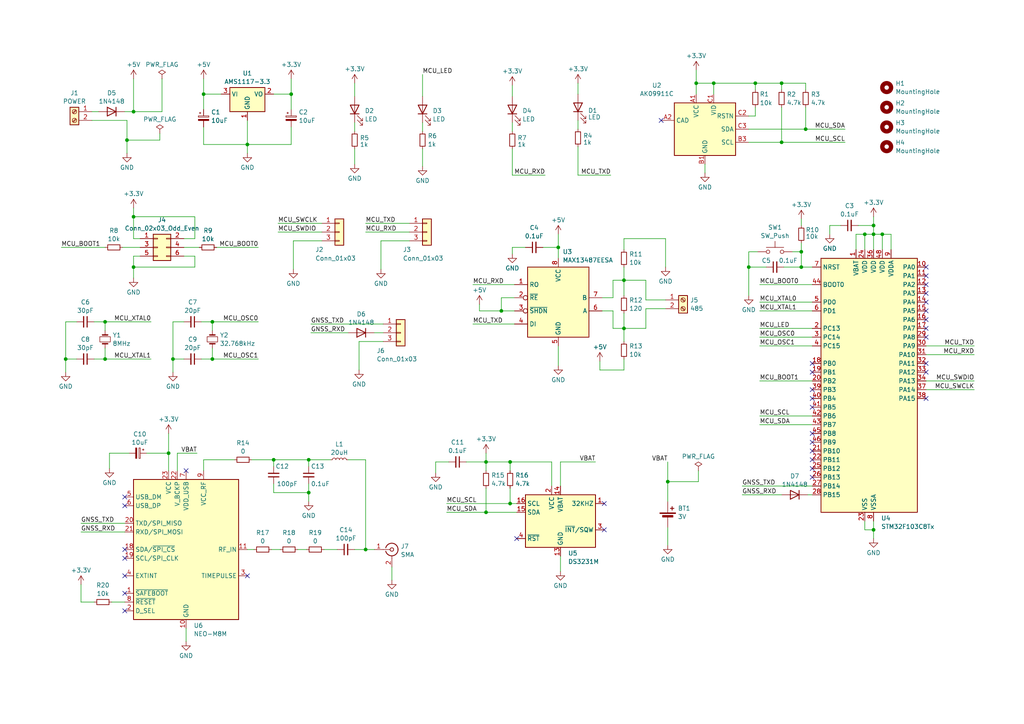
<source format=kicad_sch>
(kicad_sch (version 20230121) (generator eeschema)
  (paper "A4")
  (junction (at 59.055 27.305))
  (junction (at 50.165 104.14))
  (junction (at 253.365 153.67))
  (junction (at 48.895 131.445))
  (junction (at 30.48 93.345))
  (junction (at 232.41 77.47))
  (junction (at 193.675 139.7))
  (junction (at 233.68 37.465))
  (junction (at 79.375 133.35))
  (junction (at 250.825 67.945))
  (junction (at 219.075 24.13))
  (junction (at 207.01 24.13))
  (junction (at 145.415 90.17))
  (junction (at 253.365 67.945))
  (junction (at 71.755 41.91))
  (junction (at 30.48 104.14))
  (junction (at 36.83 40.64))
  (junction (at 140.97 133.985))
  (junction (at 19.05 104.14))
  (junction (at 61.595 104.14))
  (junction (at 180.975 81.28))
  (junction (at 217.17 77.47))
  (junction (at 38.735 77.47))
  (junction (at 38.735 32.385))
  (junction (at 106.045 159.385))
  (junction (at 147.955 133.985))
  (junction (at 226.695 24.13))
  (junction (at 253.365 65.405))
  (junction (at 89.535 142.875))
  (junction (at 232.41 73.025))
  (junction (at 61.595 93.345))
  (junction (at 161.925 71.755))
  (junction (at 201.93 24.13))
  (junction (at 180.975 95.25))
  (junction (at 84.455 27.305))
  (junction (at 226.695 41.275))
  (junction (at 140.97 148.59))
  (junction (at 89.535 133.35))
  (junction (at 147.955 146.05))
  (junction (at 38.735 62.865))
  (junction (at 255.905 67.945))
  (no_connect (at 268.605 92.71))
  (no_connect (at 268.605 80.01))
  (no_connect (at 175.26 153.67))
  (no_connect (at 268.605 90.17))
  (no_connect (at 235.585 128.27))
  (no_connect (at 235.585 118.11))
  (no_connect (at 235.585 133.35))
  (no_connect (at 235.585 113.03))
  (no_connect (at 191.77 34.925))
  (no_connect (at 268.605 95.25))
  (no_connect (at 268.605 85.09))
  (no_connect (at 149.86 156.21))
  (no_connect (at 36.195 144.145))
  (no_connect (at 235.585 105.41))
  (no_connect (at 268.605 82.55))
  (no_connect (at 36.195 177.165))
  (no_connect (at 268.605 105.41))
  (no_connect (at 53.975 136.525))
  (no_connect (at 268.605 77.47))
  (no_connect (at 235.585 125.73))
  (no_connect (at 71.755 167.005))
  (no_connect (at 36.195 159.385))
  (no_connect (at 268.605 107.95))
  (no_connect (at 235.585 138.43))
  (no_connect (at 36.195 167.005))
  (no_connect (at 36.195 172.085))
  (no_connect (at 268.605 87.63))
  (no_connect (at 36.195 161.925))
  (no_connect (at 235.585 135.89))
  (no_connect (at 235.585 130.81))
  (no_connect (at 36.195 146.685))
  (no_connect (at 268.605 115.57))
  (no_connect (at 235.585 107.95))
  (no_connect (at 175.26 146.05))
  (no_connect (at 235.585 115.57))
  (no_connect (at 268.605 97.79))
  (wire (pts (xy 31.75 131.445) (xy 31.75 135.89)))
  (wire (pts (xy 36.83 34.925) (xy 36.83 40.64)))
  (wire (pts (xy 145.415 86.36) (xy 145.415 90.17)))
  (wire (pts (xy 220.345 82.55) (xy 235.585 82.55)))
  (wire (pts (xy 148.59 35.56) (xy 148.59 38.1)))
  (wire (pts (xy 23.495 154.305) (xy 36.195 154.305)))
  (wire (pts (xy 162.56 133.985) (xy 172.72 133.985)))
  (wire (pts (xy 253.365 62.865) (xy 253.365 65.405)))
  (wire (pts (xy 187.325 95.25) (xy 187.325 89.535)))
  (wire (pts (xy 56.515 69.215) (xy 56.515 62.865)))
  (wire (pts (xy 220.345 100.33) (xy 235.585 100.33)))
  (wire (pts (xy 161.925 67.945) (xy 161.925 71.755)))
  (wire (pts (xy 89.535 133.35) (xy 95.885 133.35)))
  (wire (pts (xy 140.97 141.605) (xy 140.97 148.59)))
  (wire (pts (xy 50.165 104.14) (xy 50.165 107.95)))
  (wire (pts (xy 122.555 43.18) (xy 122.555 48.26)))
  (wire (pts (xy 220.345 90.17) (xy 235.585 90.17)))
  (wire (pts (xy 193.675 153.035) (xy 193.675 158.115)))
  (wire (pts (xy 268.605 102.87) (xy 282.575 102.87)))
  (wire (pts (xy 180.975 69.215) (xy 193.04 69.215)))
  (wire (pts (xy 167.64 34.925) (xy 167.64 37.465)))
  (wire (pts (xy 110.49 69.85) (xy 118.745 69.85)))
  (wire (pts (xy 30.48 93.345) (xy 43.815 93.345)))
  (wire (pts (xy 187.325 86.995) (xy 193.04 86.995)))
  (wire (pts (xy 180.975 72.39) (xy 180.975 69.215)))
  (wire (pts (xy 80.645 64.77) (xy 93.345 64.77)))
  (wire (pts (xy 23.495 151.765) (xy 36.195 151.765)))
  (wire (pts (xy 38.735 74.295) (xy 40.64 74.295)))
  (wire (pts (xy 37.465 131.445) (xy 31.75 131.445)))
  (wire (pts (xy 28.575 32.385) (xy 26.67 32.385)))
  (wire (pts (xy 38.735 60.325) (xy 38.735 62.865)))
  (wire (pts (xy 17.78 71.755) (xy 30.48 71.755)))
  (wire (pts (xy 46.99 22.86) (xy 46.99 32.385)))
  (wire (pts (xy 38.735 62.865) (xy 38.735 69.215)))
  (wire (pts (xy 253.365 67.945) (xy 255.905 67.945)))
  (wire (pts (xy 61.595 104.14) (xy 74.93 104.14)))
  (wire (pts (xy 38.735 69.215) (xy 40.64 69.215)))
  (wire (pts (xy 187.325 89.535) (xy 193.04 89.535)))
  (wire (pts (xy 140.97 148.59) (xy 149.86 148.59)))
  (wire (pts (xy 161.925 100.33) (xy 161.925 106.045)))
  (wire (pts (xy 100.965 133.35) (xy 106.045 133.35)))
  (wire (pts (xy 61.595 95.885) (xy 61.595 93.345)))
  (wire (pts (xy 220.345 95.25) (xy 235.585 95.25)))
  (wire (pts (xy 167.64 24.13) (xy 167.64 27.305)))
  (wire (pts (xy 58.42 104.14) (xy 61.595 104.14)))
  (wire (pts (xy 71.755 41.91) (xy 71.755 44.45)))
  (wire (pts (xy 78.74 159.385) (xy 81.28 159.385)))
  (wire (pts (xy 226.695 24.13) (xy 226.695 26.035)))
  (wire (pts (xy 201.93 24.13) (xy 207.01 24.13)))
  (wire (pts (xy 250.825 153.67) (xy 253.365 153.67)))
  (wire (pts (xy 180.975 81.28) (xy 180.975 85.725)))
  (wire (pts (xy 89.535 140.335) (xy 89.535 142.875)))
  (wire (pts (xy 180.975 90.805) (xy 180.975 95.25)))
  (wire (pts (xy 253.365 65.405) (xy 253.365 67.945)))
  (wire (pts (xy 162.56 161.29) (xy 162.56 165.735)))
  (wire (pts (xy 226.695 41.275) (xy 245.11 41.275)))
  (wire (pts (xy 61.595 93.345) (xy 74.93 93.345)))
  (wire (pts (xy 145.415 90.17) (xy 139.065 90.17)))
  (wire (pts (xy 220.345 110.49) (xy 235.585 110.49)))
  (wire (pts (xy 226.695 31.115) (xy 226.695 41.275)))
  (wire (pts (xy 162.56 140.97) (xy 162.56 133.985)))
  (wire (pts (xy 253.365 151.13) (xy 253.365 153.67)))
  (wire (pts (xy 193.04 69.215) (xy 193.04 77.47)))
  (wire (pts (xy 42.545 131.445) (xy 48.895 131.445)))
  (wire (pts (xy 30.48 100.965) (xy 30.48 104.14)))
  (wire (pts (xy 19.05 104.14) (xy 19.05 107.95)))
  (wire (pts (xy 53.975 182.245) (xy 53.975 186.055)))
  (wire (pts (xy 129.54 146.05) (xy 147.955 146.05)))
  (wire (pts (xy 102.87 159.385) (xy 106.045 159.385)))
  (wire (pts (xy 147.955 133.985) (xy 160.02 133.985)))
  (wire (pts (xy 204.47 47.625) (xy 204.47 50.165)))
  (wire (pts (xy 177.8 95.25) (xy 180.975 95.25)))
  (wire (pts (xy 27.305 93.345) (xy 30.48 93.345)))
  (wire (pts (xy 137.16 93.98) (xy 149.225 93.98)))
  (wire (pts (xy 215.265 140.97) (xy 235.585 140.97)))
  (wire (pts (xy 233.68 26.035) (xy 233.68 24.13)))
  (wire (pts (xy 240.665 65.405) (xy 240.665 67.945)))
  (wire (pts (xy 227.33 77.47) (xy 232.41 77.47)))
  (wire (pts (xy 30.48 104.14) (xy 43.815 104.14)))
  (wire (pts (xy 137.16 82.55) (xy 149.225 82.55)))
  (wire (pts (xy 108.585 96.52) (xy 111.125 96.52)))
  (wire (pts (xy 38.735 77.47) (xy 56.515 77.47)))
  (wire (pts (xy 79.375 133.35) (xy 89.535 133.35)))
  (wire (pts (xy 73.025 133.35) (xy 79.375 133.35)))
  (wire (pts (xy 180.975 95.25) (xy 187.325 95.25)))
  (wire (pts (xy 232.41 73.025) (xy 232.41 77.47)))
  (wire (pts (xy 193.675 139.7) (xy 193.675 145.415)))
  (wire (pts (xy 147.955 146.05) (xy 149.86 146.05)))
  (wire (pts (xy 36.83 40.64) (xy 46.355 40.64)))
  (wire (pts (xy 38.735 32.385) (xy 46.99 32.385)))
  (wire (pts (xy 193.675 133.985) (xy 193.675 139.7)))
  (wire (pts (xy 19.05 93.345) (xy 19.05 104.14)))
  (wire (pts (xy 56.515 62.865) (xy 38.735 62.865)))
  (wire (pts (xy 148.59 43.18) (xy 148.59 50.8)))
  (wire (pts (xy 93.98 159.385) (xy 97.79 159.385)))
  (wire (pts (xy 90.17 93.98) (xy 111.125 93.98)))
  (wire (pts (xy 38.735 74.295) (xy 38.735 77.47)))
  (wire (pts (xy 217.17 77.47) (xy 217.17 85.725)))
  (wire (pts (xy 85.09 69.85) (xy 85.09 78.105)))
  (wire (pts (xy 140.97 133.985) (xy 140.97 136.525)))
  (wire (pts (xy 129.54 148.59) (xy 140.97 148.59)))
  (wire (pts (xy 177.8 81.28) (xy 177.8 86.36)))
  (wire (pts (xy 79.375 140.335) (xy 79.375 142.875)))
  (wire (pts (xy 71.755 41.91) (xy 84.455 41.91)))
  (wire (pts (xy 258.445 67.945) (xy 258.445 72.39)))
  (wire (pts (xy 207.01 24.13) (xy 219.075 24.13)))
  (wire (pts (xy 268.605 110.49) (xy 282.575 110.49)))
  (wire (pts (xy 84.455 27.305) (xy 84.455 31.75)))
  (wire (pts (xy 80.645 67.31) (xy 93.345 67.31)))
  (wire (pts (xy 79.375 142.875) (xy 89.535 142.875)))
  (wire (pts (xy 139.065 88.265) (xy 139.065 90.17)))
  (wire (pts (xy 89.535 133.35) (xy 89.535 135.255)))
  (wire (pts (xy 255.905 67.945) (xy 255.905 72.39)))
  (wire (pts (xy 253.365 153.67) (xy 253.365 156.21)))
  (wire (pts (xy 84.455 22.86) (xy 84.455 27.305)))
  (wire (pts (xy 145.415 90.17) (xy 149.225 90.17)))
  (wire (pts (xy 220.345 97.79) (xy 235.585 97.79)))
  (wire (pts (xy 53.34 74.295) (xy 56.515 74.295)))
  (wire (pts (xy 53.34 71.755) (xy 57.785 71.755)))
  (wire (pts (xy 201.93 27.305) (xy 201.93 24.13)))
  (wire (pts (xy 86.36 159.385) (xy 88.9 159.385)))
  (wire (pts (xy 102.87 35.56) (xy 102.87 38.1)))
  (wire (pts (xy 217.17 41.275) (xy 226.695 41.275)))
  (wire (pts (xy 232.41 63.5) (xy 232.41 65.405)))
  (wire (pts (xy 36.195 32.385) (xy 38.735 32.385)))
  (wire (pts (xy 48.895 131.445) (xy 48.895 136.525)))
  (wire (pts (xy 160.02 133.985) (xy 160.02 140.97)))
  (wire (pts (xy 59.055 36.83) (xy 59.055 41.91)))
  (wire (pts (xy 36.83 40.64) (xy 36.83 44.45)))
  (wire (pts (xy 180.975 104.14) (xy 180.975 107.315)))
  (wire (pts (xy 219.075 24.13) (xy 219.075 26.035)))
  (wire (pts (xy 250.825 151.13) (xy 250.825 153.67)))
  (wire (pts (xy 177.8 86.36) (xy 174.625 86.36)))
  (wire (pts (xy 187.325 81.28) (xy 187.325 86.995)))
  (wire (pts (xy 232.41 77.47) (xy 235.585 77.47)))
  (wire (pts (xy 23.495 174.625) (xy 27.305 174.625)))
  (wire (pts (xy 148.59 71.755) (xy 148.59 73.66)))
  (wire (pts (xy 148.59 24.765) (xy 148.59 27.94)))
  (wire (pts (xy 268.605 113.03) (xy 282.575 113.03)))
  (wire (pts (xy 177.8 81.28) (xy 180.975 81.28)))
  (wire (pts (xy 38.735 77.47) (xy 38.735 80.645)))
  (wire (pts (xy 248.285 67.945) (xy 250.825 67.945)))
  (wire (pts (xy 217.17 77.47) (xy 222.25 77.47)))
  (wire (pts (xy 250.825 67.945) (xy 253.365 67.945)))
  (wire (pts (xy 219.075 24.13) (xy 226.695 24.13)))
  (wire (pts (xy 229.87 73.025) (xy 232.41 73.025)))
  (wire (pts (xy 50.165 93.345) (xy 50.165 104.14)))
  (wire (pts (xy 59.055 27.305) (xy 64.135 27.305)))
  (wire (pts (xy 62.865 71.755) (xy 74.93 71.755)))
  (wire (pts (xy 202.565 136.525) (xy 202.565 139.7)))
  (wire (pts (xy 161.925 71.755) (xy 161.925 74.93)))
  (wire (pts (xy 59.055 133.35) (xy 59.055 136.525)))
  (wire (pts (xy 38.735 22.86) (xy 38.735 32.385)))
  (wire (pts (xy 50.165 104.14) (xy 53.34 104.14)))
  (wire (pts (xy 180.975 81.28) (xy 187.325 81.28)))
  (wire (pts (xy 59.055 22.86) (xy 59.055 27.305)))
  (wire (pts (xy 248.92 65.405) (xy 253.365 65.405)))
  (wire (pts (xy 220.345 87.63) (xy 235.585 87.63)))
  (wire (pts (xy 71.755 159.385) (xy 73.66 159.385)))
  (wire (pts (xy 106.045 64.77) (xy 118.745 64.77)))
  (wire (pts (xy 102.87 43.18) (xy 102.87 47.625)))
  (wire (pts (xy 56.515 74.295) (xy 56.515 77.47)))
  (wire (pts (xy 61.595 100.965) (xy 61.595 104.14)))
  (wire (pts (xy 255.905 67.945) (xy 258.445 67.945)))
  (wire (pts (xy 27.305 104.14) (xy 30.48 104.14)))
  (wire (pts (xy 84.455 36.83) (xy 84.455 41.91)))
  (wire (pts (xy 58.42 93.345) (xy 61.595 93.345)))
  (wire (pts (xy 217.17 37.465) (xy 233.68 37.465)))
  (wire (pts (xy 173.99 104.775) (xy 173.99 107.315)))
  (wire (pts (xy 149.225 86.36) (xy 145.415 86.36)))
  (wire (pts (xy 51.435 131.445) (xy 51.435 136.525)))
  (wire (pts (xy 106.045 159.385) (xy 108.585 159.385)))
  (wire (pts (xy 140.97 131.445) (xy 140.97 133.985)))
  (wire (pts (xy 122.555 35.56) (xy 122.555 38.1)))
  (wire (pts (xy 122.555 21.59) (xy 122.555 27.94)))
  (wire (pts (xy 35.56 71.755) (xy 40.64 71.755)))
  (wire (pts (xy 201.93 20.32) (xy 201.93 24.13)))
  (wire (pts (xy 220.345 120.65) (xy 235.585 120.65)))
  (wire (pts (xy 89.535 142.875) (xy 89.535 145.415)))
  (wire (pts (xy 111.125 99.06) (xy 104.14 99.06)))
  (wire (pts (xy 130.175 133.985) (xy 126.365 133.985)))
  (wire (pts (xy 135.255 133.985) (xy 140.97 133.985)))
  (wire (pts (xy 268.605 100.33) (xy 282.575 100.33)))
  (wire (pts (xy 148.59 50.8) (xy 158.115 50.8)))
  (wire (pts (xy 253.365 67.945) (xy 253.365 72.39)))
  (wire (pts (xy 46.355 38.735) (xy 46.355 40.64)))
  (wire (pts (xy 126.365 133.985) (xy 126.365 137.16)))
  (wire (pts (xy 110.49 69.85) (xy 110.49 78.105)))
  (wire (pts (xy 26.67 34.925) (xy 36.83 34.925)))
  (wire (pts (xy 226.695 24.13) (xy 233.68 24.13)))
  (wire (pts (xy 106.045 133.35) (xy 106.045 159.385)))
  (wire (pts (xy 243.84 65.405) (xy 240.665 65.405)))
  (wire (pts (xy 59.055 41.91) (xy 71.755 41.91)))
  (wire (pts (xy 79.375 27.305) (xy 84.455 27.305)))
  (wire (pts (xy 102.87 24.13) (xy 102.87 27.94)))
  (wire (pts (xy 180.975 95.25) (xy 180.975 99.06)))
  (wire (pts (xy 90.17 96.52) (xy 100.965 96.52)))
  (wire (pts (xy 193.675 139.7) (xy 202.565 139.7)))
  (wire (pts (xy 177.8 95.25) (xy 177.8 90.17)))
  (wire (pts (xy 50.165 93.345) (xy 53.34 93.345)))
  (wire (pts (xy 219.71 73.025) (xy 217.17 73.025)))
  (wire (pts (xy 219.075 31.115) (xy 219.075 33.655)))
  (wire (pts (xy 217.17 33.655) (xy 219.075 33.655)))
  (wire (pts (xy 180.975 77.47) (xy 180.975 81.28)))
  (wire (pts (xy 147.955 136.525) (xy 147.955 133.985)))
  (wire (pts (xy 140.97 133.985) (xy 147.955 133.985)))
  (wire (pts (xy 250.825 72.39) (xy 250.825 67.945)))
  (wire (pts (xy 217.17 73.025) (xy 217.17 77.47)))
  (wire (pts (xy 152.4 71.755) (xy 148.59 71.755)))
  (wire (pts (xy 147.955 141.605) (xy 147.955 146.05)))
  (wire (pts (xy 32.385 174.625) (xy 36.195 174.625)))
  (wire (pts (xy 220.345 123.19) (xy 235.585 123.19)))
  (wire (pts (xy 234.315 143.51) (xy 235.585 143.51)))
  (wire (pts (xy 19.05 93.345) (xy 22.225 93.345)))
  (wire (pts (xy 71.755 34.925) (xy 71.755 41.91)))
  (wire (pts (xy 23.495 169.545) (xy 23.495 174.625)))
  (wire (pts (xy 48.895 125.73) (xy 48.895 131.445)))
  (wire (pts (xy 233.68 37.465) (xy 245.11 37.465)))
  (wire (pts (xy 233.68 31.115) (xy 233.68 37.465)))
  (wire (pts (xy 104.14 99.06) (xy 104.14 107.315)))
  (wire (pts (xy 53.34 69.215) (xy 56.515 69.215)))
  (wire (pts (xy 167.64 50.8) (xy 167.64 42.545)))
  (wire (pts (xy 79.375 133.35) (xy 79.375 135.255)))
  (wire (pts (xy 180.975 107.315) (xy 173.99 107.315)))
  (wire (pts (xy 248.285 72.39) (xy 248.285 67.945)))
  (wire (pts (xy 85.09 69.85) (xy 93.345 69.85)))
  (wire (pts (xy 113.665 164.465) (xy 113.665 168.275)))
  (wire (pts (xy 59.055 133.35) (xy 67.945 133.35)))
  (wire (pts (xy 167.64 50.8) (xy 177.165 50.8)))
  (wire (pts (xy 106.045 67.31) (xy 118.745 67.31)))
  (wire (pts (xy 157.48 71.755) (xy 161.925 71.755)))
  (wire (pts (xy 57.15 131.445) (xy 51.435 131.445)))
  (wire (pts (xy 59.055 31.75) (xy 59.055 27.305)))
  (wire (pts (xy 177.8 90.17) (xy 174.625 90.17)))
  (wire (pts (xy 30.48 95.885) (xy 30.48 93.345)))
  (wire (pts (xy 232.41 70.485) (xy 232.41 73.025)))
  (wire (pts (xy 207.01 24.13) (xy 207.01 27.305)))
  (wire (pts (xy 19.05 104.14) (xy 22.225 104.14)))
  (wire (pts (xy 215.265 143.51) (xy 226.695 143.51)))
  (label "MCU_SWCLK" (at 80.645 64.77 0))
  (label "MCU_XTAL1" (at 43.815 104.14 180))
  (label "MCU_TXD" (at 106.045 64.77 0))
  (label "VBAT" (at 57.15 131.445 180))
  (label "MCU_SCL" (at 220.345 120.65 0))
  (label "MCU_TXD" (at 177.165 50.8 180))
  (label "MCU_TXD" (at 282.575 100.33 180))
  (label "MCU_RXD" (at 137.16 82.55 0))
  (label "GNSS_TXD" (at 215.265 140.97 0))
  (label "MCU_OSC1" (at 74.93 104.14 180))
  (label "MCU_SDA" (at 220.345 123.19 0))
  (label "MCU_XTAL0" (at 43.815 93.345 180))
  (label "MCU_SCL" (at 245.11 41.275 180))
  (label "MCU_RXD" (at 282.575 102.87 180))
  (label "VBAT" (at 193.675 133.985 180))
  (label "MCU_OSC1" (at 220.345 100.33 0))
  (label "MCU_BOOT1" (at 220.345 110.49 0))
  (label "GNSS_RXD" (at 215.265 143.51 0))
  (label "GNSS_TXD" (at 23.495 151.765 0))
  (label "MCU_LED" (at 122.555 21.59 0))
  (label "MCU_LED" (at 220.345 95.25 0))
  (label "MCU_SWDIO" (at 282.575 110.49 180))
  (label "MCU_SWCLK" (at 282.575 113.03 180))
  (label "MCU_OSC0" (at 74.93 93.345 180))
  (label "MCU_TXD" (at 137.16 93.98 0))
  (label "MCU_XTAL0" (at 220.345 87.63 0))
  (label "MCU_XTAL1" (at 220.345 90.17 0))
  (label "MCU_OSC0" (at 220.345 97.79 0))
  (label "GNSS_RXD" (at 90.17 96.52 0))
  (label "MCU_RXD" (at 158.115 50.8 180))
  (label "GNSS_RXD" (at 23.495 154.305 0))
  (label "GNSS_TXD" (at 90.17 93.98 0))
  (label "MCU_BOOT0" (at 74.93 71.755 180))
  (label "MCU_SWDIO" (at 80.645 67.31 0))
  (label "MCU_SCL" (at 129.54 146.05 0))
  (label "MCU_SDA" (at 245.11 37.465 180))
  (label "MCU_SDA" (at 129.54 148.59 0))
  (label "MCU_RXD" (at 106.045 67.31 0))
  (label "MCU_BOOT0" (at 220.345 82.55 0))
  (label "VBAT" (at 172.72 133.985 180))
  (label "MCU_BOOT1" (at 17.78 71.755 0))
  (symbol (lib_id "power:GND") (at 161.925 106.045 0) (unit 1)
    (property "Reference" "#PWR026" (effects hide))
    (property "Value" "GND" (at 161.925 110.1781 0))
  )
  (symbol (lib_id "power:+3.3V") (at 48.895 125.73 0) (unit 1)
    (property "Reference" "#PWR030" (effects hide))
    (property "Value" "+3.3V" (at 48.895 121.5969 0))
  )
  (symbol (lib_id "OpenStation:MAX13487EESA") (at 161.925 87.63 0) (unit 1)
    (property "Reference" "U3" (at 163.195 73.025 0) (effects (justify left)))
    (property "Value" "MAX13487EESA" (at 163.195 75.4492 0) (effects (justify left)))
    (property "Footprint" "Package_SO:SOP-8_3.9x4.9mm_P1.27mm" (effects hide))
  )
  (symbol (lib_id "Device:R_Small") (at 102.87 40.64 0) (unit 1)
    (property "Reference" "R5" (at 104.3686 39.9963 0) (effects (justify left)))
    (property "Value" "1k" (at 104.3686 41.9173 0) (effects (justify left)))
    (property "Footprint" "Resistor_THT:R_Axial_DIN0204_L3.6mm_D1.6mm_P7.62mm_Horizontal" (effects hide))
  )
  (symbol (lib_id "power:+3.3V") (at 102.87 24.13 0) (unit 1)
    (property "Reference" "#PWR05" (effects hide))
    (property "Value" "+3.3V" (at 102.87 19.9969 0))
  )
  (symbol (lib_id "Device:R_Small") (at 180.975 88.265 0) (unit 1)
    (property "Reference" "R12" (at 182.4736 87.0529 0) (effects (justify left)))
    (property "Value" "120" (at 182.4736 89.4771 0) (effects (justify left)))
    (property "Footprint" "Resistor_THT:R_Axial_DIN0204_L3.6mm_D1.6mm_P7.62mm_Horizontal" (effects hide))
  )
  (symbol (lib_id "power:GND") (at 104.14 107.315 0) (unit 1)
    (property "Reference" "#PWR027" (effects hide))
    (property "Value" "GND" (at 104.14 111.4481 0))
  )
  (symbol (lib_id "Device:R_Small") (at 122.555 40.64 0) (unit 1)
    (property "Reference" "R6" (at 124.0536 39.4279 0) (effects (justify left)))
    (property "Value" "1k" (at 124.0536 41.8521 0) (effects (justify left)))
    (property "Footprint" "Resistor_THT:R_Axial_DIN0204_L3.6mm_D1.6mm_P7.62mm_Horizontal" (effects hide))
  )
  (symbol (lib_id "Connector_Generic:Conn_02x03_Odd_Even") (at 45.72 71.755 0) (unit 1)
    (property "Reference" "J4" (at 46.99 63.8007 0))
    (property "Value" "Conn_02x03_Odd_Even" (at 46.99 66.2249 0))
    (property "Footprint" "Connector_PinHeader_2.54mm:PinHeader_2x03_P2.54mm_Vertical" (effects hide))
  )
  (symbol (lib_id "power:GND") (at 113.665 168.275 0) (unit 1)
    (property "Reference" "#PWR038" (effects hide))
    (property "Value" "GND" (at 113.665 172.4081 0))
  )
  (symbol (lib_id "power:+3.3V") (at 232.41 63.5 0) (mirror y) (unit 1)
    (property "Reference" "#PWR014" (effects hide))
    (property "Value" "+3.3V" (at 232.41 59.3669 0))
  )
  (symbol (lib_id "power:+5V") (at 59.055 22.86 0) (unit 1)
    (property "Reference" "#PWR03" (effects hide))
    (property "Value" "+5V" (at 59.055 18.7269 0))
  )
  (symbol (lib_id "Device:R_Small") (at 76.2 159.385 270) (mirror x) (unit 1)
    (property "Reference" "R17" (at 76.2 154.5041 90))
    (property "Value" "0" (at 76.2 156.9283 90))
    (property "Footprint" "Resistor_THT:R_Axial_DIN0204_L3.6mm_D1.6mm_P7.62mm_Horizontal" (effects hide))
  )
  (symbol (lib_id "Device:C_Polarized_Small") (at 59.055 34.29 0) (unit 1)
    (property "Reference" "C1" (at 61.214 32.5318 0) (effects (justify left)))
    (property "Value" "10uF" (at 61.214 34.956 0) (effects (justify left)))
    (property "Footprint" "Capacitor_THT:CP_Radial_D5.0mm_P2.50mm" (effects hide))
  )
  (symbol (lib_id "power:GND") (at 217.17 85.725 0) (mirror y) (unit 1)
    (property "Reference" "#PWR023" (effects hide))
    (property "Value" "GND" (at 217.17 89.8581 0))
  )
  (symbol (lib_id "Mechanical:MountingHole") (at 257.175 36.83 0) (unit 1)
    (property "Reference" "H3" (at 259.715 35.6179 0) (effects (justify left)))
    (property "Value" "MountingHole" (at 259.715 38.0421 0) (effects (justify left)))
    (property "Footprint" "MountingHole:MountingHole_3.2mm_M3_DIN965" (effects hide))
  )
  (symbol (lib_id "Device:C_Small") (at 132.715 133.985 270) (mirror x) (unit 1)
    (property "Reference" "C11" (at 132.7087 128.2786 90))
    (property "Value" "0.1uF" (at 132.7087 130.7028 90))
    (property "Footprint" "Capacitor_THT:C_Disc_D3.0mm_W2.0mm_P2.50mm" (effects hide))
  )
  (symbol (lib_id "power:GND") (at 253.365 156.21 0) (unit 1)
    (property "Reference" "#PWR035" (effects hide))
    (property "Value" "GND" (at 253.365 160.3431 0))
  )
  (symbol (lib_id "power:PWR_FLAG") (at 202.565 136.525 0) (unit 1)
    (property "Reference" "#FLG03" (effects hide))
    (property "Value" "PWR_FLAG" (at 202.565 132.3919 0))
  )
  (symbol (lib_id "Mechanical:MountingHole") (at 257.175 42.545 0) (unit 1)
    (property "Reference" "H4" (at 259.715 41.3329 0) (effects (justify left)))
    (property "Value" "MountingHole" (at 259.715 43.7571 0) (effects (justify left)))
    (property "Footprint" "MountingHole:MountingHole_3.2mm_M3_DIN965" (effects hide))
  )
  (symbol (lib_id "Device:R_Small") (at 180.975 101.6 0) (unit 1)
    (property "Reference" "R13" (at 182.4736 100.3879 0) (effects (justify left)))
    (property "Value" "10k" (at 182.4736 102.8121 0) (effects (justify left)))
    (property "Footprint" "Resistor_THT:R_Axial_DIN0204_L3.6mm_D1.6mm_P7.62mm_Horizontal" (effects hide))
  )
  (symbol (lib_id "power:PWR_FLAG") (at 46.355 38.735 0) (unit 1)
    (property "Reference" "#FLG02" (effects hide))
    (property "Value" "PWR_FLAG" (at 46.355 34.6019 0))
  )
  (symbol (lib_id "Device:Crystal_Small") (at 30.48 98.425 90) (unit 1)
    (property "Reference" "Y1" (at 32.639 97.2129 90) (effects (justify right)))
    (property "Value" "8MHz" (at 32.639 99.6371 90) (effects (justify right)))
    (property "Footprint" "Crystal:Crystal_HC18-U_Vertical" (effects hide))
  )
  (symbol (lib_id "Connector_Generic:Conn_01x03") (at 123.825 67.31 0) (unit 1)
    (property "Reference" "J3" (at 116.84 72.39 0) (effects (justify left)))
    (property "Value" "Conn_01x03" (at 116.84 74.93 0) (effects (justify left)))
    (property "Footprint" "Connector_PinHeader_2.54mm:PinHeader_1x03_P2.54mm_Vertical" (effects hide))
  )
  (symbol (lib_id "RF_GPS:NEO-M8M") (at 53.975 159.385 0) (unit 1)
    (property "Reference" "U6" (at 56.1691 181.4251 0) (effects (justify left)))
    (property "Value" "NEO-M8M" (at 56.1691 183.8493 0) (effects (justify left)))
    (property "Footprint" "RF_GPS:ublox_NEO" (effects hide))
    (property "Datasheet" "https://content.u-blox.com/sites/default/files/NEO-M8-FW3_DataSheet_UBX-15031086.pdf" (effects hide))
  )
  (symbol (lib_id "Device:R_Small") (at 167.64 40.005 0) (unit 1)
    (property "Reference" "R4" (at 169.1386 39.3613 0) (effects (justify left)))
    (property "Value" "1k" (at 169.1386 41.2823 0) (effects (justify left)))
    (property "Footprint" "Resistor_THT:R_Axial_DIN0204_L3.6mm_D1.6mm_P7.62mm_Horizontal" (effects hide))
  )
  (symbol (lib_id "Mechanical:MountingHole") (at 257.175 25.4 0) (unit 1)
    (property "Reference" "H1" (at 259.715 24.1879 0) (effects (justify left)))
    (property "Value" "MountingHole" (at 259.715 26.6121 0) (effects (justify left)))
    (property "Footprint" "MountingHole:MountingHole_3.2mm_M3_DIN965" (effects hide))
  )
  (symbol (lib_id "power:+5V") (at 38.735 22.86 0) (unit 1)
    (property "Reference" "#PWR02" (effects hide))
    (property "Value" "+5V" (at 38.735 18.7269 0))
  )
  (symbol (lib_id "Device:R_Small") (at 232.41 67.945 0) (mirror x) (unit 1)
    (property "Reference" "R10" (at 233.68 66.675 0) (effects (justify left)))
    (property "Value" "10k" (at 233.68 68.58 0) (effects (justify left)))
    (property "Footprint" "Resistor_THT:R_Axial_DIN0204_L3.6mm_D1.6mm_P7.62mm_Horizontal" (effects hide))
  )
  (symbol (lib_id "Device:C_Small") (at 224.79 77.47 90) (unit 1)
    (property "Reference" "C5" (at 222.25 75.565 90))
    (property "Value" "0.1uF" (at 228.6 75.565 90))
    (property "Footprint" "Capacitor_THT:C_Disc_D3.0mm_W2.0mm_P2.50mm" (effects hide))
  )
  (symbol (lib_id "power:+5V") (at 161.925 67.945 0) (unit 1)
    (property "Reference" "#PWR016" (effects hide))
    (property "Value" "+5V" (at 161.925 63.8119 0))
  )
  (symbol (lib_id "Device:LED") (at 102.87 31.75 90) (unit 1)
    (property "Reference" "D2" (at 105.791 32.1254 90) (effects (justify right)))
    (property "Value" "LED" (at 105.791 34.5496 90) (effects (justify right)))
    (property "Footprint" "LED_THT:LED_D3.0mm" (effects hide))
  )
  (symbol (lib_id "Connector:Screw_Terminal_01x02") (at 198.12 86.995 0) (unit 1)
    (property "Reference" "J5" (at 200.152 87.0529 0) (effects (justify left)))
    (property "Value" "485" (at 200.152 89.4771 0) (effects (justify left)))
    (property "Footprint" "TerminalBlock:TerminalBlock_bornier-2_P5.08mm" (effects hide))
  )
  (symbol (lib_id "power:GND") (at 50.165 107.95 0) (unit 1)
    (property "Reference" "#PWR029" (effects hide))
    (property "Value" "GND" (at 50.165 112.0831 0))
  )
  (symbol (lib_id "OpenStation:AK09911C") (at 204.47 37.465 0) (unit 1)
    (property "Reference" "U2" (at 190.5 24.765 0))
    (property "Value" "AK09911C" (at 190.5 27.1892 0))
    (property "Footprint" "OpenStation:AK09911C" (effects hide))
    (property "Datasheet" "https://www.micro-semiconductor.sg/datasheet/b7-AK09911C.pdf" (effects hide))
  )
  (symbol (lib_id "Device:LED") (at 148.59 31.75 90) (unit 1)
    (property "Reference" "D4" (at 151.511 32.1254 90) (effects (justify right)))
    (property "Value" "LED" (at 151.511 34.5496 90) (effects (justify right)))
    (property "Footprint" "LED_THT:LED_D3.0mm" (effects hide))
  )
  (symbol (lib_id "Diode:1N4148") (at 230.505 143.51 180) (unit 1)
    (property "Reference" "D7" (at 230.505 138.0957 0))
    (property "Value" "1N4148" (at 230.505 140.5199 0))
    (property "Footprint" "Diode_THT:D_DO-35_SOD27_P7.62mm_Horizontal" (effects hide))
    (property "Datasheet" "https://assets.nexperia.com/documents/data-sheet/1N4148_1N4448.pdf" (effects hide))
    (property "Sim.Device" "D" (effects hide))
    (property "Sim.Pins" "1=K 2=A" (effects hide))
  )
  (symbol (lib_id "Device:L_Small") (at 98.425 133.35 90) (unit 1)
    (property "Reference" "L1" (at 98.425 128.8269 90))
    (property "Value" "20uH" (at 98.425 131.2511 90))
    (property "Footprint" "Inductor_THT:L_Radial_D7.0mm_P3.00mm" (effects hide))
  )
  (symbol (lib_id "Device:Crystal_Small") (at 61.595 98.425 90) (unit 1)
    (property "Reference" "Y2" (at 63.754 97.2129 90) (effects (justify right)))
    (property "Value" "32.768kHz" (at 63.754 99.6371 90) (effects (justify right)))
    (property "Footprint" "Crystal:Crystal_DS26_D2.0mm_L6.0mm_Horizontal" (effects hide))
  )
  (symbol (lib_id "power:+3.3V") (at 38.735 60.325 0) (unit 1)
    (property "Reference" "#PWR013" (effects hide))
    (property "Value" "+3.3V" (at 38.735 56.1919 0))
  )
  (symbol (lib_id "Device:C_Small") (at 24.765 93.345 270) (mirror x) (unit 1)
    (property "Reference" "C6" (at 24.7587 87.6386 90))
    (property "Value" "30pF" (at 24.7587 90.0628 90))
    (property "Footprint" "Capacitor_THT:C_Disc_D3.0mm_W2.0mm_P2.50mm" (effects hide))
  )
  (symbol (lib_id "Device:R_Small") (at 148.59 40.64 0) (unit 1)
    (property "Reference" "R7" (at 150.0886 39.9963 0) (effects (justify left)))
    (property "Value" "1k" (at 150.0886 41.9173 0) (effects (justify left)))
    (property "Footprint" "Resistor_THT:R_Axial_DIN0204_L3.6mm_D1.6mm_P7.62mm_Horizontal" (effects hide))
  )
  (symbol (lib_id "Device:R_Small") (at 91.44 159.385 90) (unit 1)
    (property "Reference" "R19" (at 91.44 154.5041 90))
    (property "Value" "0" (at 91.44 156.9283 90))
    (property "Footprint" "Resistor_THT:R_Axial_DIN0204_L3.6mm_D1.6mm_P7.62mm_Horizontal" (effects hide))
  )
  (symbol (lib_id "power:GND") (at 36.83 44.45 0) (unit 1)
    (property "Reference" "#PWR08" (effects hide))
    (property "Value" "GND" (at 36.83 48.5831 0))
  )
  (symbol (lib_id "Device:R_Small") (at 60.325 71.755 90) (unit 1)
    (property "Reference" "R9" (at 60.325 66.8741 90))
    (property "Value" "10k" (at 60.325 69.2983 90))
    (property "Footprint" "Resistor_THT:R_Axial_DIN0204_L3.6mm_D1.6mm_P7.62mm_Horizontal" (effects hide))
  )
  (symbol (lib_id "Device:R_Small") (at 83.82 159.385 90) (unit 1)
    (property "Reference" "R18" (at 83.82 154.5041 90))
    (property "Value" "0" (at 83.82 156.9283 90))
    (property "Footprint" "Resistor_THT:R_Axial_DIN0204_L3.6mm_D1.6mm_P7.62mm_Horizontal" (effects hide))
  )
  (symbol (lib_id "Device:LED") (at 122.555 31.75 90) (unit 1)
    (property "Reference" "D3" (at 125.476 32.1254 90) (effects (justify right)))
    (property "Value" "LED" (at 125.476 34.5496 90) (effects (justify right)))
    (property "Footprint" "LED_THT:LED_D3.0mm" (effects hide))
  )
  (symbol (lib_id "Device:R_Small") (at 226.695 28.575 0) (unit 1)
    (property "Reference" "R2" (at 228.1936 27.3629 0) (effects (justify left)))
    (property "Value" "4.7k" (at 228.1936 29.7871 0) (effects (justify left)))
    (property "Footprint" "Resistor_THT:R_Axial_DIN0204_L3.6mm_D1.6mm_P7.62mm_Horizontal" (effects hide))
  )
  (symbol (lib_id "power:GND") (at 71.755 44.45 0) (unit 1)
    (property "Reference" "#PWR09" (effects hide))
    (property "Value" "GND" (at 71.755 48.5831 0))
  )
  (symbol (lib_id "power:+3.3V") (at 23.495 169.545 0) (unit 1)
    (property "Reference" "#PWR039" (effects hide))
    (property "Value" "+3.3V" (at 23.495 165.4119 0))
  )
  (symbol (lib_id "Mechanical:MountingHole") (at 257.175 31.115 0) (unit 1)
    (property "Reference" "H2" (at 259.715 29.9029 0) (effects (justify left)))
    (property "Value" "MountingHole" (at 259.715 32.3271 0) (effects (justify left)))
    (property "Footprint" "MountingHole:MountingHole_3.2mm_M3_DIN965" (effects hide))
  )
  (symbol (lib_id "Device:R_Small") (at 219.075 28.575 0) (mirror x) (unit 1)
    (property "Reference" "R1" (at 220.345 27.305 0) (effects (justify left)))
    (property "Value" "10k" (at 220.345 29.845 0) (effects (justify left)))
    (property "Footprint" "Resistor_THT:R_Axial_DIN0204_L3.6mm_D1.6mm_P7.62mm_Horizontal" (effects hide))
  )
  (symbol (lib_id "power:GND") (at 85.09 78.105 0) (unit 1)
    (property "Reference" "#PWR020" (effects hide))
    (property "Value" "GND" (at 85.09 82.2381 0))
  )
  (symbol (lib_id "power:GND") (at 126.365 137.16 0) (unit 1)
    (property "Reference" "#PWR033" (effects hide))
    (property "Value" "GND" (at 126.365 141.2931 0))
  )
  (symbol (lib_id "Connector_Generic:Conn_01x03") (at 98.425 67.31 0) (unit 1)
    (property "Reference" "J2" (at 91.44 72.39 0) (effects (justify left)))
    (property "Value" "Conn_01x03" (at 91.44 74.93 0) (effects (justify left)))
    (property "Footprint" "Connector_PinHeader_2.54mm:PinHeader_1x03_P2.54mm_Vertical" (effects hide))
  )
  (symbol (lib_id "Device:R_Small") (at 29.845 174.625 90) (unit 1)
    (property "Reference" "R20" (at 29.845 169.7441 90))
    (property "Value" "10k" (at 29.845 172.1683 90))
    (property "Footprint" "Resistor_THT:R_Axial_DIN0204_L3.6mm_D1.6mm_P7.62mm_Horizontal" (effects hide))
  )
  (symbol (lib_id "power:GND") (at 193.04 77.47 0) (unit 1)
    (property "Reference" "#PWR019" (effects hide))
    (property "Value" "GND" (at 193.04 81.6031 0))
  )
  (symbol (lib_id "power:+3.3V") (at 167.64 24.13 0) (unit 1)
    (property "Reference" "#PWR06" (effects hide))
    (property "Value" "+3.3V" (at 167.64 19.9969 0))
  )
  (symbol (lib_id "Device:R_Small") (at 147.955 139.065 0) (unit 1)
    (property "Reference" "R16" (at 149.4536 137.8529 0) (effects (justify left)))
    (property "Value" "4.7k" (at 149.4536 140.2771 0) (effects (justify left)))
    (property "Footprint" "Resistor_THT:R_Axial_DIN0204_L3.6mm_D1.6mm_P7.62mm_Horizontal" (effects hide))
  )
  (symbol (lib_id "power:GND") (at 148.59 73.66 0) (unit 1)
    (property "Reference" "#PWR018" (effects hide))
    (property "Value" "GND" (at 148.59 77.7931 0))
  )
  (symbol (lib_id "Device:LED") (at 167.64 31.115 90) (unit 1)
    (property "Reference" "D1" (at 170.561 32.0588 90) (effects (justify right)))
    (property "Value" "LED" (at 170.561 33.9798 90) (effects (justify right)))
    (property "Footprint" "LED_THT:LED_D3.0mm" (effects hide))
  )
  (symbol (lib_id "Device:C_Small") (at 79.375 137.795 180) (unit 1)
    (property "Reference" "C12" (at 83.82 135.255 0) (effects (justify left)))
    (property "Value" "100pF" (at 86.36 140.335 0) (effects (justify left)))
    (property "Footprint" "Capacitor_THT:C_Disc_D3.0mm_W2.0mm_P2.50mm" (effects hide))
  )
  (symbol (lib_id "power:PWR_FLAG") (at 46.99 22.86 0) (unit 1)
    (property "Reference" "#FLG01" (effects hide))
    (property "Value" "PWR_FLAG" (at 46.99 18.7269 0))
  )
  (symbol (lib_id "power:+3.3V") (at 148.59 24.765 0) (unit 1)
    (property "Reference" "#PWR07" (effects hide))
    (property "Value" "+3.3V" (at 148.59 20.6319 0))
  )
  (symbol (lib_id "Device:R_Small") (at 233.68 28.575 0) (unit 1)
    (property "Reference" "R3" (at 235.1786 27.3629 0) (effects (justify left)))
    (property "Value" "4.7k" (at 235.1786 29.7871 0) (effects (justify left)))
    (property "Footprint" "Resistor_THT:R_Axial_DIN0204_L3.6mm_D1.6mm_P7.62mm_Horizontal" (effects hide))
  )
  (symbol (lib_id "power:GND") (at 19.05 107.95 0) (unit 1)
    (property "Reference" "#PWR028" (effects hide))
    (property "Value" "GND" (at 19.05 112.0831 0))
  )
  (symbol (lib_id "Device:C_Polarized_Small") (at 40.005 131.445 270) (unit 1)
    (property "Reference" "C10" (at 40.5511 125.9037 90))
    (property "Value" "10uF" (at 40.5511 128.3279 90))
    (property "Footprint" "Capacitor_THT:CP_Radial_D5.0mm_P2.50mm" (effects hide))
  )
  (symbol (lib_id "Regulator_Linear:AMS1117-3.3") (at 71.755 27.305 0) (unit 1)
    (property "Reference" "U1" (at 71.755 21.2557 0))
    (property "Value" "AMS1117-3.3" (at 71.755 23.6799 0))
    (property "Footprint" "Package_TO_SOT_SMD:SOT-223-3_TabPin2" (effects hide))
    (property "Datasheet" "http://www.advanced-monolithic.com/pdf/ds1117.pdf" (effects hide))
  )
  (symbol (lib_id "Switch:SW_Push") (at 224.79 73.025 0) (mirror y) (unit 1)
    (property "Reference" "SW1" (at 224.79 65.9597 0))
    (property "Value" "SW_Push" (at 224.79 68.3839 0))
    (property "Footprint" "Button_Switch_SMD:SW_SPST_FSMSM" (effects hide))
  )
  (symbol (lib_id "power:+5V") (at 139.065 88.265 0) (unit 1)
    (property "Reference" "#PWR024" (effects hide))
    (property "Value" "+5V" (at 139.065 84.1319 0))
  )
  (symbol (lib_id "power:+3.3V") (at 253.365 62.865 0) (mirror y) (unit 1)
    (property "Reference" "#PWR015" (effects hide))
    (property "Value" "+3.3V" (at 253.365 58.7319 0))
  )
  (symbol (lib_id "power:GND") (at 240.665 67.945 0) (unit 1)
    (property "Reference" "#PWR017" (effects hide))
    (property "Value" "GND" (at 240.665 72.0781 0))
  )
  (symbol (lib_id "power:GND") (at 31.75 135.89 0) (unit 1)
    (property "Reference" "#PWR032" (effects hide))
    (property "Value" "GND" (at 31.75 140.0231 0))
  )
  (symbol (lib_id "power:GND") (at 110.49 78.105 0) (unit 1)
    (property "Reference" "#PWR021" (effects hide))
    (property "Value" "GND" (at 110.49 82.2381 0))
  )
  (symbol (lib_id "power:+3.3V") (at 201.93 20.32 0) (unit 1)
    (property "Reference" "#PWR01" (effects hide))
    (property "Value" "+3.3V" (at 201.93 16.1869 0))
  )
  (symbol (lib_id "power:GND") (at 162.56 165.735 0) (unit 1)
    (property "Reference" "#PWR037" (effects hide))
    (property "Value" "GND" (at 162.56 169.8681 0))
  )
  (symbol (lib_id "power:GND") (at 53.975 186.055 0) (unit 1)
    (property "Reference" "#PWR040" (effects hide))
    (property "Value" "GND" (at 53.975 190.1881 0))
  )
  (symbol (lib_id "Device:Battery_Cell") (at 193.675 150.495 0) (unit 1)
    (property "Reference" "BT1" (at 196.596 147.4414 0) (effects (justify left)))
    (property "Value" "3V" (at 196.596 149.8656 0) (effects (justify left)))
    (property "Footprint" "Battery:BatteryHolder_LINX_BAT-HLD-012-SMT" (effects hide))
  )
  (symbol (lib_id "Diode:1N4148") (at 104.775 96.52 180) (unit 1)
    (property "Reference" "D6" (at 104.775 91.1057 0))
    (property "Value" "1N4148" (at 104.775 93.5299 0))
    (property "Footprint" "Diode_THT:D_DO-35_SOD27_P7.62mm_Horizontal" (effects hide))
    (property "Datasheet" "https://assets.nexperia.com/documents/data-sheet/1N4148_1N4448.pdf" (effects hide))
    (property "Sim.Device" "D" (effects hide))
    (property "Sim.Pins" "1=K 2=A" (effects hide))
  )
  (symbol (lib_id "Device:R_Small") (at 70.485 133.35 270) (mirror x) (unit 1)
    (property "Reference" "R14" (at 70.485 128.4691 90))
    (property "Value" "0" (at 70.485 130.8933 90))
    (property "Footprint" "Resistor_THT:R_Axial_DIN0204_L3.6mm_D1.6mm_P7.62mm_Horizontal" (effects hide))
  )
  (symbol (lib_id "Device:C_Small") (at 100.33 159.385 90) (unit 1)
    (property "Reference" "C14" (at 100.3363 153.6786 90))
    (property "Value" "100pF" (at 100.3363 156.1028 90))
    (property "Footprint" "Capacitor_THT:C_Disc_D3.0mm_W2.0mm_P2.50mm" (effects hide))
  )
  (symbol (lib_id "power:GND") (at 122.555 48.26 0) (unit 1)
    (property "Reference" "#PWR011" (effects hide))
    (property "Value" "GND" (at 122.555 52.3931 0))
  )
  (symbol (lib_id "power:GND") (at 89.535 145.415 0) (unit 1)
    (property "Reference" "#PWR034" (effects hide))
    (property "Value" "GND" (at 89.535 149.5481 0))
  )
  (symbol (lib_id "power:+3.3V") (at 84.455 22.86 0) (unit 1)
    (property "Reference" "#PWR04" (effects hide))
    (property "Value" "+3.3V" (at 84.455 18.7269 0))
  )
  (symbol (lib_id "Device:C_Small") (at 89.535 137.795 0) (unit 1)
    (property "Reference" "C13" (at 90.17 135.255 0) (effects (justify left)))
    (property "Value" "0.1uF" (at 90.17 140.335 0) (effects (justify left)))
    (property "Footprint" "Capacitor_THT:C_Disc_D3.0mm_W2.0mm_P2.50mm" (effects hide))
  )
  (symbol (lib_id "power:GND") (at 204.47 50.165 0) (unit 1)
    (property "Reference" "#PWR012" (effects hide))
    (property "Value" "GND" (at 204.47 54.2981 0))
  )
  (symbol (lib_id "power:GND") (at 38.735 80.645 0) (unit 1)
    (property "Reference" "#PWR022" (effects hide))
    (property "Value" "GND" (at 38.735 84.7781 0))
  )
  (symbol (lib_id "power:+3.3V") (at 140.97 131.445 0) (unit 1)
    (property "Reference" "#PWR031" (effects hide))
    (property "Value" "+3.3V" (at 140.97 127.3119 0))
  )
  (symbol (lib_id "Device:C_Polarized_Small") (at 84.455 34.29 0) (unit 1)
    (property "Reference" "C2" (at 86.614 32.5318 0) (effects (justify left)))
    (property "Value" "10uF" (at 86.614 34.956 0) (effects (justify left)))
    (property "Footprint" "Capacitor_THT:CP_Radial_D5.0mm_P2.50mm" (effects hide))
  )
  (symbol (lib_id "Device:R_Small") (at 33.02 71.755 270) (mirror x) (unit 1)
    (property "Reference" "R8" (at 33.02 66.8741 90))
    (property "Value" "10k" (at 33.02 69.2983 90))
    (property "Footprint" "Resistor_THT:R_Axial_DIN0204_L3.6mm_D1.6mm_P7.62mm_Horizontal" (effects hide))
  )
  (symbol (lib_id "power:+5V") (at 173.99 104.775 0) (unit 1)
    (property "Reference" "#PWR025" (effects hide))
    (property "Value" "+5V" (at 173.99 100.6419 0))
  )
  (symbol (lib_id "Connector_Generic:Conn_01x03") (at 116.205 96.52 0) (unit 1)
    (property "Reference" "J6" (at 109.22 101.7158 0) (effects (justify left)))
    (property "Value" "Conn_01x03" (at 109.22 104.14 0) (effects (justify left)))
    (property "Footprint" "Connector_PinHeader_2.54mm:PinHeader_1x03_P2.54mm_Vertical" (effects hide))
  )
  (symbol (lib_id "Device:C_Small") (at 55.88 104.14 270) (mirror x) (unit 1)
    (property "Reference" "C9" (at 55.8737 98.4336 90))
    (property "Value" "20pF" (at 55.8737 100.8578 90))
    (property "Footprint" "Capacitor_THT:C_Disc_D3.0mm_W2.0mm_P2.50mm" (effects hide))
  )
  (symbol (lib_id "Connector:Conn_Coaxial") (at 113.665 159.385 0) (unit 1)
    (property "Reference" "J7" (at 116.2051 158.4661 0) (effects (justify left)))
    (property "Value" "SMA" (at 116.2051 160.8903 0) (effects (justify left)))
    (property "Footprint" "Connector_Coaxial:SMA_Amphenol_901-144_Vertical" (effects hide))
    (property "Datasheet" " ~" (effects hide))
  )
  (symbol (lib_id "Device:R_Small") (at 140.97 139.065 0) (unit 1)
    (property "Reference" "R15" (at 142.4686 137.8529 0) (effects (justify left)))
    (property "Value" "4.7k" (at 142.4686 140.2771 0) (effects (justify left)))
    (property "Footprint" "Resistor_THT:R_Axial_DIN0204_L3.6mm_D1.6mm_P7.62mm_Horizontal" (effects hide))
  )
  (symbol (lib_id "power:GND") (at 193.675 158.115 0) (unit 1)
    (property "Reference" "#PWR036" (effects hide))
    (property "Value" "GND" (at 193.675 162.2505 0))
  )
  (symbol (lib_id "power:GND") (at 102.87 47.625 0) (unit 1)
    (property "Reference" "#PWR010" (effects hide))
    (property "Value" "GND" (at 102.87 51.7581 0))
  )
  (symbol (lib_id "Diode:1N4148") (at 32.385 32.385 0) (mirror y) (unit 1)
    (property "Reference" "D5" (at 32.385 26.9707 0))
    (property "Value" "1N4148" (at 32.385 29.3949 0))
    (property "Footprint" "Diode_THT:D_DO-35_SOD27_P7.62mm_Horizontal" (effects hide))
    (property "Datasheet" "https://assets.nexperia.com/documents/data-sheet/1N4148_1N4448.pdf" (effects hide))
    (property "Sim.Device" "D" (effects hide))
    (property "Sim.Pins" "1=K 2=A" (effects hide))
  )
  (symbol (lib_id "MCU_ST_STM32F1:STM32F103C8Tx") (at 250.825 113.03 0) (unit 1)
    (property "Reference" "U4" (at 255.5591 150.3101 0) (effects (justify left)))
    (property "Value" "STM32F103C8Tx" (at 255.5591 152.7343 0) (effects (justify left)))
    (property "Footprint" "Package_QFP:LQFP-48_7x7mm_P0.5mm" (effects hide))
    (property "Datasheet" "https://www.st.com/resource/en/datasheet/stm32f103c8.pdf" (effects hide))
  )
  (symbol (lib_id "Device:C_Small") (at 55.88 93.345 270) (mirror x) (unit 1)
    (property "Reference" "C7" (at 55.8737 87.6386 90))
    (property "Value" "20pF" (at 55.8737 90.0628 90))
    (property "Footprint" "Capacitor_THT:C_Disc_D3.0mm_W2.0mm_P2.50mm" (effects hide))
  )
  (symbol (lib_id "Device:R_Small") (at 180.975 74.93 0) (unit 1)
    (property "Reference" "R11" (at 182.4736 73.7179 0) (effects (justify left)))
    (property "Value" "10k" (at 182.4736 76.1421 0) (effects (justify left)))
    (property "Footprint" "Resistor_THT:R_Axial_DIN0204_L3.6mm_D1.6mm_P7.62mm_Horizontal" (effects hide))
  )
  (symbol (lib_id "Device:C_Small") (at 24.765 104.14 270) (mirror x) (unit 1)
    (property "Reference" "C8" (at 24.7587 98.4336 90))
    (property "Value" "30pF" (at 24.7587 100.8578 90))
    (property "Footprint" "Capacitor_THT:C_Disc_D3.0mm_W2.0mm_P2.50mm" (effects hide))
  )
  (symbol (lib_id "Connector:Screw_Terminal_01x02") (at 21.59 32.385 0) (mirror y) (unit 1)
    (property "Reference" "J1" (at 21.59 26.9707 0))
    (property "Value" "POWER" (at 21.59 29.3949 0))
    (property "Footprint" "TerminalBlock:TerminalBlock_bornier-2_P5.08mm" (effects hide))
  )
  (symbol (lib_id "Timer_RTC:DS3231M") (at 162.56 151.13 0) (unit 1)
    (property "Reference" "U5" (at 164.7541 160.4701 0) (effects (justify left)))
    (property "Value" "DS3231M" (at 164.7541 162.8943 0) (effects (justify left)))
    (property "Footprint" "Package_SO:SOIC-16W_7.5x10.3mm_P1.27mm" (effects hide))
    (property "Datasheet" "http://datasheets.maximintegrated.com/en/ds/DS3231.pdf" (effects hide))
  )
  (symbol (lib_id "Device:C_Small") (at 246.38 65.405 90) (unit 1)
    (property "Reference" "C3" (at 246.3863 59.6986 90))
    (property "Value" "0.1uF" (at 246.3863 62.1228 90))
    (property "Footprint" "Capacitor_THT:C_Disc_D3.0mm_W2.0mm_P2.50mm" (effects hide))
  )
  (symbol (lib_id "Device:C_Small") (at 154.94 71.755 90) (unit 1)
    (property "Reference" "C4" (at 154.9463 66.0486 90))
    (property "Value" "0.1uF" (at 154.9463 68.4728 90))
    (property "Footprint" "Capacitor_THT:C_Disc_D3.0mm_W2.0mm_P2.50mm" (effects hide))
  )
)
</source>
